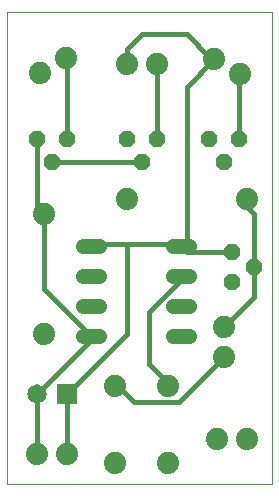
<source format=gtl>
G75*
%MOIN*%
%OFA0B0*%
%FSLAX24Y24*%
%IPPOS*%
%LPD*%
%AMOC8*
5,1,8,0,0,1.08239X$1,22.5*
%
%ADD10C,0.0000*%
%ADD11C,0.0515*%
%ADD12C,0.0740*%
%ADD13OC8,0.0520*%
%ADD14R,0.0650X0.0650*%
%ADD15C,0.0650*%
%ADD16C,0.0160*%
D10*
X002209Y000487D02*
X002209Y016235D01*
X011068Y016235D01*
X011068Y000487D01*
X002209Y000487D01*
D11*
X004763Y005424D02*
X005278Y005424D01*
X005278Y006424D02*
X004763Y006424D01*
X004763Y007424D02*
X005278Y007424D01*
X005278Y008424D02*
X004763Y008424D01*
X007763Y008424D02*
X008278Y008424D01*
X008278Y007424D02*
X007763Y007424D01*
X007763Y006424D02*
X008278Y006424D01*
X008278Y005424D02*
X007763Y005424D01*
D12*
X007599Y003767D03*
X009209Y001987D03*
X010209Y001987D03*
X009459Y004737D03*
X009459Y005737D03*
X010209Y009987D03*
X009984Y014145D03*
X009118Y014645D03*
X007209Y014487D03*
X006209Y014487D03*
X004201Y014703D03*
X003334Y014203D03*
X006209Y009987D03*
X003459Y009487D03*
X003459Y005487D03*
X005819Y003767D03*
X004209Y001487D03*
X003209Y001487D03*
X005819Y001207D03*
X007599Y001207D03*
D13*
X009709Y007237D03*
X010459Y007737D03*
X009709Y008237D03*
X009459Y011237D03*
X008959Y011987D03*
X009959Y011987D03*
X007209Y011987D03*
X006709Y011237D03*
X006209Y011987D03*
X004209Y011987D03*
X003709Y011237D03*
X003209Y011987D03*
D14*
X004209Y003487D03*
D15*
X003209Y003487D03*
D16*
X003209Y001487D01*
X004209Y001487D02*
X004209Y003487D01*
X006209Y005487D01*
X006209Y008487D01*
X005209Y008487D01*
X005021Y008424D01*
X006209Y008487D02*
X007959Y008487D01*
X008021Y008424D01*
X008209Y008487D01*
X008209Y013737D01*
X009118Y014645D01*
X008959Y014737D01*
X008209Y015487D01*
X006709Y015487D01*
X006209Y014987D01*
X006209Y014487D01*
X007209Y014487D02*
X007209Y011987D01*
X006709Y011237D02*
X003709Y011237D01*
X003209Y011987D02*
X003209Y009737D01*
X003459Y009487D01*
X003459Y006987D01*
X004959Y005487D01*
X005021Y005424D01*
X004959Y005237D01*
X003209Y003487D01*
X005819Y003767D02*
X005959Y003737D01*
X006459Y003237D01*
X007959Y003237D01*
X009459Y004737D01*
X009459Y005737D02*
X010459Y006737D01*
X010459Y007737D01*
X010459Y009487D01*
X010209Y009737D01*
X010209Y009987D01*
X009709Y008237D02*
X008209Y008237D01*
X008021Y008424D01*
X008021Y007424D02*
X007959Y007237D01*
X006959Y006237D01*
X006959Y004487D01*
X007459Y003987D01*
X007599Y003767D01*
X009959Y011987D02*
X009959Y013987D01*
X009984Y014145D01*
X004209Y014487D02*
X004209Y011987D01*
X004209Y014487D02*
X004201Y014703D01*
M02*

</source>
